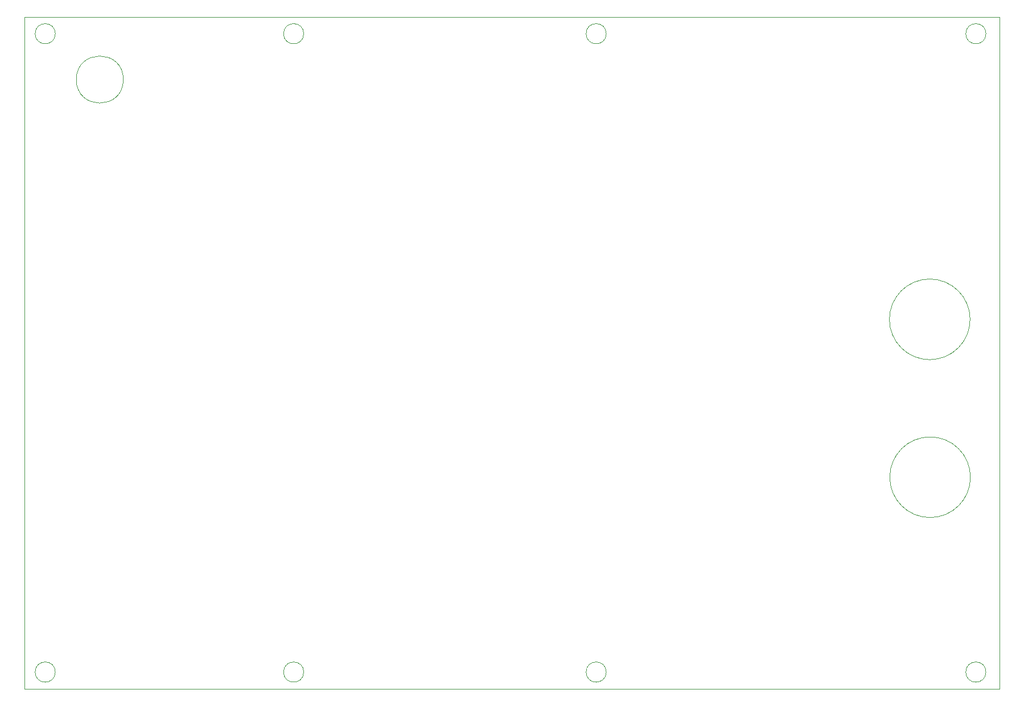
<source format=gm1>
G04 #@! TF.GenerationSoftware,KiCad,Pcbnew,6.0.8*
G04 #@! TF.CreationDate,2022-10-19T16:45:40+03:00*
G04 #@! TF.ProjectId,keypad,6b657970-6164-42e6-9b69-6361645f7063,B*
G04 #@! TF.SameCoordinates,Original*
G04 #@! TF.FileFunction,Profile,NP*
%FSLAX46Y46*%
G04 Gerber Fmt 4.6, Leading zero omitted, Abs format (unit mm)*
G04 Created by KiCad (PCBNEW 6.0.8) date 2022-10-19 16:45:40*
%MOMM*%
%LPD*%
G01*
G04 APERTURE LIST*
G04 #@! TA.AperFunction,Profile*
%ADD10C,0.100000*%
G04 #@! TD*
G04 #@! TA.AperFunction,Profile*
%ADD11C,0.120000*%
G04 #@! TD*
G04 APERTURE END LIST*
D10*
X167340000Y-46404000D02*
G75*
G03*
X167340000Y-46404000I-1500000J0D01*
G01*
X85388000Y-46404000D02*
G75*
G03*
X85388000Y-46404000I-1500000J0D01*
G01*
X80840000Y-43904000D02*
X225840000Y-43904000D01*
X225840000Y-43904000D02*
X225840000Y-143904000D01*
X225840000Y-143904000D02*
X80840000Y-143904000D01*
X80840000Y-143904000D02*
X80840000Y-43904000D01*
X223818000Y-141404000D02*
G75*
G03*
X223818000Y-141404000I-1500000J0D01*
G01*
X167340000Y-141404000D02*
G75*
G03*
X167340000Y-141404000I-1500000J0D01*
G01*
X85388000Y-141404000D02*
G75*
G03*
X85388000Y-141404000I-1500000J0D01*
G01*
X122340000Y-46404000D02*
G75*
G03*
X122340000Y-46404000I-1500000J0D01*
G01*
X223818000Y-46404000D02*
G75*
G03*
X223818000Y-46404000I-1500000J0D01*
G01*
X122340000Y-141404000D02*
G75*
G03*
X122340000Y-141404000I-1500000J0D01*
G01*
D11*
X221510800Y-112408000D02*
G75*
G03*
X221510800Y-112408000I-6000000J0D01*
G01*
X221460000Y-88913000D02*
G75*
G03*
X221460000Y-88913000I-6000000J0D01*
G01*
X95512000Y-53226000D02*
G75*
G03*
X95512000Y-53226000I-3500000J0D01*
G01*
M02*

</source>
